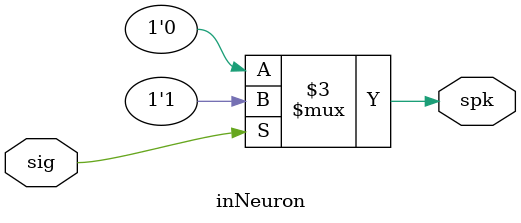
<source format=v>
module inNeuron(
	input sig,
	output reg spk
	);
	
	always@(*)
	begin
		if(sig)
			spk <= 1;
		else
			spk <= 0;
	end
	
endmodule
</source>
